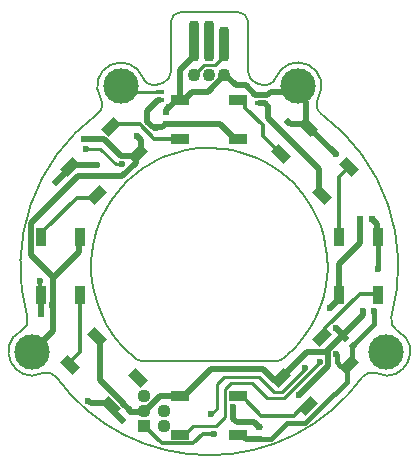
<source format=gtl>
G04*
G04 #@! TF.GenerationSoftware,Altium Limited,Altium Designer,21.8.1 (53)*
G04*
G04 Layer_Physical_Order=1*
G04 Layer_Color=255*
%FSAX25Y25*%
%MOIN*%
G70*
G04*
G04 #@! TF.SameCoordinates,0877F43B-692F-42B8-B247-028E53A2D651*
G04*
G04*
G04 #@! TF.FilePolarity,Positive*
G04*
G01*
G75*
%ADD10C,0.01968*%
%ADD11C,0.00787*%
%ADD12R,0.05906X0.03543*%
G04:AMPARAMS|DCode=13|XSize=59.06mil|YSize=35.43mil|CornerRadius=0mil|HoleSize=0mil|Usage=FLASHONLY|Rotation=225.000|XOffset=0mil|YOffset=0mil|HoleType=Round|Shape=Rectangle|*
%AMROTATEDRECTD13*
4,1,4,0.00835,0.03341,0.03341,0.00835,-0.00835,-0.03341,-0.03341,-0.00835,0.00835,0.03341,0.0*
%
%ADD13ROTATEDRECTD13*%

%ADD14R,0.03543X0.05906*%
G04:AMPARAMS|DCode=15|XSize=59.06mil|YSize=35.43mil|CornerRadius=0mil|HoleSize=0mil|Usage=FLASHONLY|Rotation=315.000|XOffset=0mil|YOffset=0mil|HoleType=Round|Shape=Rectangle|*
%AMROTATEDRECTD15*
4,1,4,-0.03341,0.00835,-0.00835,0.03341,0.03341,-0.00835,0.00835,-0.03341,-0.03341,0.00835,0.0*
%
%ADD15ROTATEDRECTD15*%

G04:AMPARAMS|DCode=16|XSize=19.68mil|YSize=21.65mil|CornerRadius=0mil|HoleSize=0mil|Usage=FLASHONLY|Rotation=315.000|XOffset=0mil|YOffset=0mil|HoleType=Round|Shape=Rectangle|*
%AMROTATEDRECTD16*
4,1,4,-0.01462,-0.00070,0.00070,0.01462,0.01462,0.00070,-0.00070,-0.01462,-0.01462,-0.00070,0.0*
%
%ADD16ROTATEDRECTD16*%

%ADD18R,0.02165X0.01968*%
G04:AMPARAMS|DCode=19|XSize=19.68mil|YSize=21.65mil|CornerRadius=0mil|HoleSize=0mil|Usage=FLASHONLY|Rotation=45.000|XOffset=0mil|YOffset=0mil|HoleType=Round|Shape=Rectangle|*
%AMROTATEDRECTD19*
4,1,4,0.00070,-0.01462,-0.01462,0.00070,-0.00070,0.01462,0.01462,-0.00070,0.00070,-0.01462,0.0*
%
%ADD19ROTATEDRECTD19*%

%ADD20R,0.01968X0.02165*%
G04:AMPARAMS|DCode=26|XSize=35.43mil|YSize=135.83mil|CornerRadius=13.82mil|HoleSize=0mil|Usage=FLASHONLY|Rotation=180.000|XOffset=0mil|YOffset=0mil|HoleType=Round|Shape=RoundedRectangle|*
%AMROUNDEDRECTD26*
21,1,0.03543,0.10819,0,0,180.0*
21,1,0.00780,0.13583,0,0,180.0*
1,1,0.02764,-0.00390,0.05409*
1,1,0.02764,0.00390,0.05409*
1,1,0.02764,0.00390,-0.05409*
1,1,0.02764,-0.00390,-0.05409*
%
%ADD26ROUNDEDRECTD26*%
G04:AMPARAMS|DCode=27|XSize=35.43mil|YSize=116.14mil|CornerRadius=13.82mil|HoleSize=0mil|Usage=FLASHONLY|Rotation=180.000|XOffset=0mil|YOffset=0mil|HoleType=Round|Shape=RoundedRectangle|*
%AMROUNDEDRECTD27*
21,1,0.03543,0.08850,0,0,180.0*
21,1,0.00780,0.11614,0,0,180.0*
1,1,0.02764,-0.00390,0.04425*
1,1,0.02764,0.00390,0.04425*
1,1,0.02764,0.00390,-0.04425*
1,1,0.02764,-0.00390,-0.04425*
%
%ADD27ROUNDEDRECTD27*%
%ADD35C,0.04331*%
%ADD37R,0.02756X0.01575*%
%ADD38C,0.01339*%
%ADD39C,0.01575*%
%ADD40C,0.00984*%
%ADD41C,0.00866*%
%ADD42C,0.01181*%
%ADD43R,0.04370X0.04370*%
%ADD44C,0.04370*%
%ADD45C,0.11811*%
%ADD46C,0.02362*%
D10*
X-0059059Y-0029429D02*
X-0052274Y-0022644D01*
Y-0016708D02*
Y-0004885D01*
Y-0022644D02*
Y-0016708D01*
X0007942Y-0051800D02*
Y-0047766D01*
X0009095Y-0052953D02*
X0014961D01*
X0007942Y-0051800D02*
X0009095Y-0052953D01*
X0014961D02*
X0016535Y-0054528D01*
X0016732D01*
X0012197Y-0058465D02*
X0015482D01*
X0009661Y-0057110D02*
X0010842D01*
X0012197Y-0058465D01*
X-0035238Y0041396D02*
X-0029604Y0035762D01*
X-0025791D02*
X-0025661Y0035632D01*
X-0029604Y0035762D02*
X-0025791D01*
X-0024547Y0035632D02*
X-0024547Y0035632D01*
X-0041764Y0041396D02*
X-0035238D01*
X-0025661Y0035632D02*
X-0024547D01*
X-0023712Y0036467D01*
X-0026544Y-0049269D02*
Y-0048969D01*
Y-0049269D02*
X-0026405Y-0049408D01*
X-0028768Y-0046745D02*
Y-0046639D01*
X-0036522Y-0038885D02*
X-0028768Y-0046639D01*
Y-0046745D02*
X-0026544Y-0048969D01*
X-0036522Y-0038885D02*
Y-0025476D01*
X-0037357Y-0024641D02*
X-0036522Y-0025476D01*
X0029847Y-0043830D02*
X0039642Y-0034035D01*
Y-0029196D01*
X0042224Y-0021457D02*
X0042230D01*
X0039892Y-0028465D02*
X0044568Y-0023789D01*
X0038776Y-0029581D02*
X0039892Y-0028465D01*
X0039642Y-0029196D02*
X0039892Y-0028946D01*
Y-0028465D01*
X-0020736Y0047270D02*
Y0050934D01*
Y0047270D02*
X-0018836Y0045370D01*
X-0017721D01*
X-0017646Y0045295D02*
X-0017585Y0045355D01*
X-0015685D02*
X-0014546Y0046495D01*
X-0017585Y0045355D02*
X-0015685D01*
X-0014546Y0046523D02*
X0003575D01*
X-0017721Y0045370D02*
X-0017646Y0045295D01*
X-0020736Y0050934D02*
X-0017241Y0054429D01*
X-0016339D01*
X-0014447Y0050460D02*
Y0051005D01*
X-0010827Y0054626D01*
X-0014546Y0050460D02*
X-0014447D01*
X-0010827Y0054626D02*
X-0009646D01*
X0019377Y0056160D02*
X0020489Y0057271D01*
X0027642D01*
X0029524Y0059153D01*
X0015294Y0056160D02*
X0019377D01*
X0026261Y0047291D02*
X0027067Y0046485D01*
X0032938Y0045650D02*
X0042121Y0036467D01*
X0032103Y0046485D02*
X0032938Y0045650D01*
X0032103Y0046485D02*
X0032103Y0046485D01*
X0027067Y0046485D02*
X0032103D01*
X0032103Y0047599D02*
X0032144Y0047640D01*
Y0053870D01*
X0029524Y0056490D02*
X0032144Y0053870D01*
X0029524Y0056490D02*
Y0059153D01*
X0032103Y0046485D02*
Y0047599D01*
X0019560Y0048425D02*
Y0052251D01*
X0016432Y0053404D02*
X0018407D01*
X0019560Y0052251D01*
Y0048425D02*
X0023477Y0044508D01*
X0036557Y0031427D01*
X0003575Y0046523D02*
X0008465Y0041634D01*
X0009646D01*
X-0022877Y0037302D02*
Y0041308D01*
X-0024074Y0042506D02*
Y0042612D01*
X-0023712Y0036467D02*
X-0022877Y0037302D01*
X-0024074Y0042506D02*
X-0022877Y0041308D01*
X-0052274Y-0004885D02*
Y-0004413D01*
X-0056211Y-0010813D02*
Y-0010577D01*
Y-0016708D02*
Y-0010813D01*
Y-0010577D02*
X-0056185Y-0010551D01*
X-0052274Y-0004885D02*
X-0043401Y0003988D01*
Y0008532D02*
X-0043193Y0008740D01*
X-0043401Y0003988D02*
Y0008532D01*
X-0048499Y0024394D02*
X-0043900Y0028993D01*
X-0059531Y0013362D02*
X-0048499Y0024394D01*
X-0059531Y0002844D02*
X-0052274Y-0004413D01*
X-0059531Y0002844D02*
Y0013362D01*
X-0045705Y0032848D02*
X-0037647D01*
X-0037507Y0032988D01*
X-0037400D01*
X-0046540Y0032013D02*
X-0045705Y0032848D01*
X-0043900Y0028993D02*
X-0029049D01*
X-0024547Y0033495D01*
Y0035632D01*
X-0046540Y0031921D02*
Y0032013D01*
X-0051283Y0027178D02*
X-0046540Y0031921D01*
X0000498Y-0035171D02*
X0017848D01*
X0021799Y-0039121D01*
X-0008449Y-0044118D02*
X0000498Y-0035171D01*
X0021799Y-0039121D02*
X0022912D01*
X0023747Y-0038286D01*
X-0009630Y-0044118D02*
X-0008449D01*
X-0016564D02*
X-0009630D01*
X-0021481Y-0049035D02*
X-0016564Y-0044118D01*
X-0021659Y-0049035D02*
X-0021481D01*
X-0026405Y-0049408D02*
X-0022032D01*
X-0021659Y-0049035D01*
X-0032903Y-0048478D02*
X-0029258Y-0052122D01*
X-0032903Y-0048478D02*
Y-0047469D01*
X0042235Y-0021457D02*
X0044568Y-0023789D01*
X0044568D02*
X0051181Y-0017176D01*
Y-0015866D01*
X0042230Y-0021457D02*
X0042235D01*
X0044568Y-0023789D02*
X0044568D01*
X0032453Y-0029581D02*
X0038776D01*
X0023747Y-0038286D02*
X0032453Y-0029581D01*
X0042121Y0036467D02*
X0042173D01*
X0036557Y0023658D02*
X0037393Y0022822D01*
X0036557Y0023658D02*
Y0031427D01*
X0055765Y0009188D02*
X0056221Y0008732D01*
X0054121Y0014884D02*
X0055765Y0013240D01*
Y0009188D02*
Y0013240D01*
X0054121Y0014884D02*
Y0014982D01*
X0043228Y-0011740D02*
Y-0010559D01*
X0040256Y-0014713D02*
X0043228Y-0011740D01*
X0040256Y-0014764D02*
Y-0014713D01*
X0050184Y0006902D02*
Y0014982D01*
X0043228Y-0010559D02*
Y-0000054D01*
X0050184Y0006902D01*
X-0040413Y-0045772D02*
X-0040307D01*
X-0033738Y-0046634D02*
X-0032903Y-0047469D01*
X-0039445Y-0046634D02*
X-0033738D01*
X-0040307Y-0045772D02*
X-0039445Y-0046634D01*
X0012055Y0059399D02*
X0015294Y0056160D01*
X0008744Y0059399D02*
X0012055D01*
X0005249Y0062894D02*
X0008744Y0059399D01*
X0005000Y0062894D02*
X0005249D01*
X-0008465Y0054626D02*
X-0005945Y0057145D01*
X-0000598D01*
X-0009646Y0054626D02*
X-0008465D01*
X0005000Y0062744D02*
Y0062894D01*
X-0000598Y0057145D02*
X0005000Y0062744D01*
X-0009709Y0054689D02*
X-0009646Y0054626D01*
X-0009709Y0054689D02*
Y0064484D01*
X-0005000Y0069193D02*
Y0074213D01*
X-0009709Y0064484D02*
X-0005000Y0069193D01*
D11*
X-0024319Y-0031866D02*
G03*
X-0022417Y-0032653I0001897J0001892D01*
G01*
X0021768Y-0032650D02*
G03*
X0025181Y-0031236I-0000007J0004845D01*
G01*
X-0062660Y-0022428D02*
G03*
X-0060669Y-0017867I-0001801J0003501D01*
G01*
X-0062660Y-0022428D02*
G03*
X-0055813Y-0036604I0003601J-0007002D01*
G01*
X-0051003Y-0037880D02*
G03*
X-0055813Y-0036604I-0003187J-0002311D01*
G01*
X-0051003Y-0037880D02*
G03*
X0050995Y-0037880I0050999J0036974D01*
G01*
X0055805Y-0036604D02*
G03*
X0050995Y-0037880I-0001623J-0003587D01*
G01*
X0060661Y-0017867D02*
G03*
X0062652Y-0022428I0003792J-0001060D01*
G01*
X0055805Y-0036604D02*
G03*
X0062652Y-0022428I0003246J0007174D01*
G01*
X0060661Y-0017867D02*
G03*
X0037293Y0049857I-0060665J0016961D01*
G01*
X0036257Y0055071D02*
G03*
X0037293Y0049857I0003367J-0002041D01*
G01*
X0036257Y0055071D02*
G03*
X0022180Y0061992I-0006733J0004082D01*
G01*
X0017419Y0059628D02*
G03*
X0022180Y0061992I0001089J0003783D01*
G01*
X0017419Y0059628D02*
G03*
X0015709Y0060094I-0017423J-0060534D01*
G01*
X0012894Y0063874D02*
G03*
X0015602Y0060134I0003940J0000003D01*
G01*
X0012894Y0080611D02*
G03*
X0009748Y0083756I-0003145J0000000D01*
G01*
X-0009709D02*
G03*
X-0012854Y0080611I0000000J-0003145D01*
G01*
X-0015563Y0060134D02*
G03*
X-0017427Y0059628I0015559J-0061040D01*
G01*
X-0015563Y0060134D02*
G03*
X-0012854Y0063874I-0001232J0003743D01*
G01*
X-0022188Y0061992D02*
G03*
X-0017427Y0059628I0003672J0001419D01*
G01*
X-0022188Y0061992D02*
G03*
X-0036265Y0055071I-0007344J-0002839D01*
G01*
X-0037301Y0049857D02*
G03*
X-0036265Y0055071I-0002331J0003173D01*
G01*
X-0037301Y0049857D02*
G03*
X-0060669Y-0017867I0037297J-0050763D01*
G01*
X0015709Y0060094D02*
G03*
X0015602Y0060134I-0000180J-0000323D01*
G01*
X-0007784Y0037689D02*
X-0003803Y0038405D01*
X0007709Y0037701D02*
X0009961Y0037185D01*
X-0024272Y0030055D02*
X-0021961Y0031768D01*
X0031988Y0022126D02*
X0034303Y0018421D01*
X0038898Y-0007240D02*
X0039260Y-0004413D01*
X-0038484Y-0009173D02*
X-0037165Y-0013898D01*
X0030996Y-0025181D02*
X0033516Y-0021559D01*
X-0029110Y-0027409D02*
X-0027362Y-0029252D01*
X-0011000Y0036898D02*
X-0007784Y0037689D01*
X0005315Y0038102D02*
X0007709Y0037701D01*
X0028051Y0026752D02*
X0031988Y0022126D01*
X-0035236Y0016713D02*
X-0033457Y0019847D01*
X0038681Y0006461D02*
X0038984Y0004634D01*
X-0039173Y0003228D02*
X-0038681Y0006279D01*
X-0037165Y-0013898D02*
X-0035543Y-0017835D01*
X-0027362Y-0029252D02*
X-0025591Y-0030827D01*
X-0027362Y0027441D02*
X-0024272Y0030055D01*
X0024331Y0030047D02*
X0028051Y0026752D01*
X-0035689Y0015713D02*
X-0035236Y0016713D01*
X0038169Y0008740D02*
X0038681Y0006461D01*
X-0039319Y0001063D02*
X-0039173Y0003228D01*
X0039260Y-0004413D02*
X0039394Y-0001819D01*
X-0035543Y-0017835D02*
X-0034335Y-0020173D01*
X0033516Y-0021559D02*
X0035138Y-0018622D01*
X0003500Y0038307D02*
X0005315Y0038102D01*
X-0015358Y0035342D02*
X-0011000Y0036898D01*
X-0029110Y0025602D02*
X-0027362Y0027441D01*
X0037079Y0012327D02*
X0038169Y0008740D01*
X-0036319Y0014252D02*
X-0035689Y0015713D01*
X0039394Y-0001819D02*
X0039425Y-0000587D01*
X0035138Y-0018622D02*
X0036496Y-0015669D01*
X-0025591Y-0030827D02*
X-0024319Y-0031866D01*
X0025181Y-0031236D02*
X0025787Y-0030630D01*
X0001291Y0038421D02*
X0003500Y0038307D01*
X-0017335Y0034441D02*
X-0015358Y0035342D01*
X0021768Y0031898D02*
X0024331Y0030047D01*
X-0032098Y0021890D02*
X-0029110Y0025602D01*
X-0039319Y-0002874D02*
Y0001063D01*
X0036496Y-0015669D02*
X0037472Y-0013008D01*
X-0034335Y-0020173D02*
X-0032098Y-0023701D01*
X0025787Y-0030630D02*
X0028445Y-0028169D01*
X-0022417Y-0032653D02*
X-0021961Y-0032650D01*
X-0001224Y0038453D02*
X0001291Y0038421D01*
X0012874Y0036299D02*
X0015870Y0035126D01*
X0018701Y0033740D02*
X0021768Y0031898D01*
X0035693Y0015709D02*
X0037079Y0012327D01*
X-0037634Y0010657D02*
X-0036319Y0014252D01*
X0039323Y0001063D02*
X0039425Y-0000587D01*
X-0039319Y-0002874D02*
X-0039075Y-0006024D01*
X-0032098Y-0023701D02*
X-0030953Y-0025236D01*
X0028445Y-0028169D02*
X0029847Y-0026579D01*
X-0021961Y-0032650D02*
X0021768D01*
X0009961Y0037185D02*
X0012874Y0036299D01*
X-0020736Y0032563D02*
X-0017335Y0034441D01*
X0015870Y0035126D02*
X0018701Y0033740D01*
X-0032803Y0020862D02*
X-0032098Y0021890D01*
X0034303Y0018421D02*
X0035693Y0015709D01*
X-0038118Y0008937D02*
X-0037634Y0010657D01*
X0039213Y0002717D02*
X0039323Y0001063D01*
X-0039075Y-0006024D02*
X-0038484Y-0009173D01*
X0037472Y-0013008D02*
X0038091Y-0010957D01*
X-0003803Y0038405D02*
X-0001224Y0038453D01*
X-0021961Y0031768D02*
X-0020736Y0032563D01*
X-0033457Y0019847D02*
X-0032803Y0020862D01*
X0038984Y0004634D02*
X0039213Y0002717D01*
X-0038681Y0006279D02*
X-0038118Y0008937D01*
X0038091Y-0010957D02*
X0038898Y-0007240D01*
X-0030953Y-0025236D02*
X-0029110Y-0027409D01*
X0029847Y-0026579D02*
X0030996Y-0025181D01*
X0012894Y0063874D02*
Y0080611D01*
X-0009709Y0083756D02*
X0009748D01*
X-0012854Y0063874D02*
Y0080611D01*
D12*
X-0009630Y-0057110D02*
D03*
Y-0044118D02*
D03*
X0009661D02*
D03*
Y-0057110D02*
D03*
X0009646Y0054626D02*
D03*
Y0041634D02*
D03*
X-0009646D02*
D03*
Y0054626D02*
D03*
D13*
X0032934Y-0047473D02*
D03*
X0023747Y-0038286D02*
D03*
X0037389Y-0024645D02*
D03*
X0046575Y-0033832D02*
D03*
X-0032899Y0045654D02*
D03*
X-0023712Y0036467D02*
D03*
X-0037353Y0022826D02*
D03*
X-0046540Y0032013D02*
D03*
D14*
X0056221Y-0010559D02*
D03*
X0043228D02*
D03*
Y0008732D02*
D03*
X0056221D02*
D03*
X-0056185Y-0010551D02*
D03*
X-0043193D02*
D03*
Y0008740D02*
D03*
X-0056185D02*
D03*
D15*
X0046579Y0032009D02*
D03*
X0037393Y0022822D02*
D03*
X0023751Y0036463D02*
D03*
X0032938Y0045650D02*
D03*
X-0032903Y-0047469D02*
D03*
X-0023716Y-0038282D02*
D03*
X-0037357Y-0024641D02*
D03*
X-0046544Y-0033828D02*
D03*
D16*
X0047849Y-0027475D02*
D03*
X0045065Y-0024691D02*
D03*
X-0051283Y0027178D02*
D03*
X-0048499Y0024394D02*
D03*
D18*
X0016634Y-0054528D02*
D03*
Y-0058465D02*
D03*
X-0014546Y0050460D02*
D03*
Y0046523D02*
D03*
D19*
X0023477Y0044508D02*
D03*
X0026261Y0047291D02*
D03*
X-0026474Y-0049339D02*
D03*
X-0029258Y-0052122D02*
D03*
D20*
X0050184Y0014982D02*
D03*
X0054121D02*
D03*
X-0056211Y-0016708D02*
D03*
X-0052274D02*
D03*
D26*
X0000000Y0074213D02*
D03*
X-0005000D02*
D03*
D27*
X0005000Y0073228D02*
D03*
D35*
X-0005000Y0062894D02*
D03*
X0000000D02*
D03*
X0005000D02*
D03*
D37*
X-0016339Y0054429D02*
D03*
Y0057185D02*
D03*
X0016432Y0053404D02*
D03*
Y0056160D02*
D03*
D38*
X0009661Y-0044118D02*
X0010842D01*
X0011945Y-0045221D01*
Y-0045328D02*
Y-0045221D01*
X0031375Y-0047473D02*
X0032934D01*
X0028146Y-0050703D02*
X0031375Y-0047473D01*
X0011945Y-0045328D02*
X0017319Y-0050703D01*
X0028146D01*
X0055733Y-0010071D02*
X0056221Y-0010559D01*
X0037389Y-0023086D02*
X0038636Y-0021838D01*
Y-0021555D01*
X0037389Y-0024645D02*
Y-0023086D01*
X0050120Y-0010071D02*
X0055733D01*
X0038636Y-0021555D02*
X0050120Y-0010071D01*
X0043228Y0008732D02*
X0043348Y0008852D01*
Y0028932D02*
X0046426Y0032009D01*
X0043348Y0008852D02*
Y0028932D01*
X0046426Y0032009D02*
X0046579D01*
X0017814Y0042401D02*
X0023751Y0036463D01*
X0017814Y0042401D02*
Y0046064D01*
X0011892Y0051986D02*
X0017814Y0046064D01*
X0011184Y0054232D02*
X0011892Y0053524D01*
Y0051986D02*
Y0053524D01*
X0009646Y0054232D02*
X0011184D01*
X-0032899Y0045654D02*
X-0032064Y0046489D01*
X-0023267D02*
X-0018313Y0041535D01*
X-0032064Y0046489D02*
X-0023267D01*
X-0018313Y0041535D02*
X-0009626D01*
X-0038188Y0021991D02*
X-0037353Y0022826D01*
X-0056185Y0009921D02*
X-0055083Y0011024D01*
X-0056185Y0008740D02*
Y0009921D01*
X-0055036Y0011024D02*
X-0044069Y0021991D01*
X-0055083Y0011024D02*
X-0055036D01*
X-0044069Y0021991D02*
X-0038188D01*
X-0046544Y-0032932D02*
X-0043193Y-0029581D01*
Y-0010551D01*
X-0046544Y-0033828D02*
Y-0032932D01*
D39*
X0016634Y-0058465D02*
X0020584D01*
X0025908Y-0053140D01*
X0032000D02*
X0037624Y-0047516D01*
X0025908Y-0053140D02*
X0032000D01*
X0042503Y-0032929D02*
X0043642Y-0034069D01*
X0043750D02*
X0044348Y-0034667D01*
X0042503Y-0032929D02*
Y-0030394D01*
X0044348Y-0034667D02*
X0045740D01*
X0043642Y-0034069D02*
X0043750D01*
X0045740Y-0034667D02*
X0046575Y-0033832D01*
X0042352Y-0030244D02*
X0042503Y-0030394D01*
X0047411Y-0032997D02*
Y-0027544D01*
X0054889Y-0020066D02*
Y-0016017D01*
X0047411Y-0027544D02*
X0054889Y-0020066D01*
X0056062Y-0001592D02*
Y0006156D01*
Y-0001592D02*
X0056176Y-0001705D01*
X0054889Y-0016017D02*
X0055039Y-0015866D01*
X0045740Y-0034667D02*
X0045740Y-0034667D01*
X0046575Y-0033832D02*
X0047411Y-0032997D01*
X0037624Y-0047516D02*
X0045740Y-0039400D01*
Y-0034667D01*
X0037624Y-0047516D02*
Y-0047516D01*
D40*
X-0029231Y0033049D02*
X-0029175Y0033104D01*
X0024942Y-0044960D02*
X0036984Y-0032919D01*
X0019271Y-0044960D02*
X0024942D01*
X0014272Y-0039961D02*
X0019271Y-0044960D01*
X-0029531Y0059153D02*
X-0027563Y0057185D01*
X-0016339D01*
X-0031201Y0033049D02*
X-0029231D01*
X-0041223Y0038142D02*
X-0036294D01*
X-0031201Y0033049D01*
X-0005000Y0062894D02*
X-0001805Y0066088D01*
X0001895D01*
X0005000Y0069193D01*
Y0073228D01*
X0007323Y-0039961D02*
X0014272D01*
X0005315Y-0051159D02*
Y-0041969D01*
X-0005555Y-0054216D02*
X0002258D01*
X0005315Y-0051159D01*
X-0008449Y-0057110D02*
X-0005555Y-0054216D01*
X-0009630Y-0057110D02*
X-0008449D01*
X0005315Y-0041969D02*
X0007323Y-0039961D01*
D41*
X0024215Y-0042734D02*
X0031934Y-0035015D01*
X0021565Y-0042734D02*
X0024215D01*
X0031934Y-0035015D02*
Y-0034709D01*
X0004835Y-0037697D02*
X0016528D01*
X0002396Y-0040136D02*
X0004835Y-0037697D01*
X0016528D02*
X0021565Y-0042734D01*
X0002396Y-0048647D02*
Y-0040136D01*
X0000716Y-0050327D02*
X0002396Y-0048647D01*
D42*
X-0056378Y-0010646D02*
Y-0005718D01*
Y-0010646D02*
X-0056211Y-0010813D01*
X-0015730Y-0059965D02*
X-0005351D01*
X-0002098Y-0056711D02*
X0001650D01*
X-0005351Y-0059965D02*
X-0002098Y-0056711D01*
X-0021659Y-0054035D02*
X-0015730Y-0059965D01*
D43*
X-0021659Y-0054035D02*
D03*
D44*
X-0015059D02*
D03*
X-0021659Y-0044035D02*
D03*
Y-0049035D02*
D03*
X-0015059D02*
D03*
D45*
X-0059059Y-0029429D02*
D03*
X0029524Y0059153D02*
D03*
X0059047Y-0029433D02*
D03*
X-0029531Y0059153D02*
D03*
D46*
X-0029175Y0033104D02*
D03*
X-0041764Y0041396D02*
D03*
X-0028768Y-0046639D02*
D03*
X0029847Y-0043830D02*
D03*
X0036984Y-0032919D02*
D03*
X0042352Y-0030244D02*
D03*
X-0017646Y0045295D02*
D03*
X-0013593Y0052052D02*
D03*
X0019560Y0052251D02*
D03*
X-0024074Y0042612D02*
D03*
X-0056378Y-0005718D02*
D03*
X-0037400Y0032988D02*
D03*
X-0041223Y0038142D02*
D03*
X0051181Y-0015866D02*
D03*
X0042230Y-0021457D02*
D03*
X0031934Y-0034709D02*
D03*
X0042173Y0036467D02*
D03*
X0056176Y-0001705D02*
D03*
X0055039Y-0015866D02*
D03*
X0040256Y-0014713D02*
D03*
X-0040413Y-0045772D02*
D03*
X0000000Y0074213D02*
D03*
X-0052536Y-0013738D02*
D03*
X0001650Y-0056711D02*
D03*
X0007942Y-0047766D02*
D03*
X0000716Y-0050327D02*
D03*
M02*

</source>
